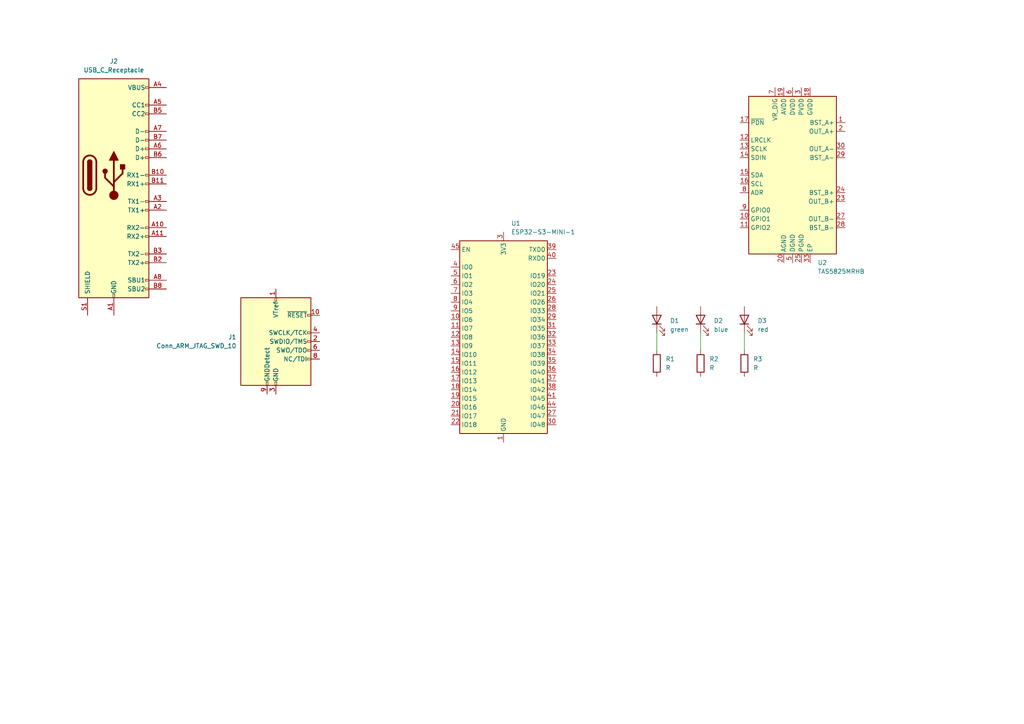
<source format=kicad_sch>
(kicad_sch (version 20231120) (generator "eeschema") (generator_version "8.0")
  (paper "A4")
  (title_block (title "soundbox"))
  (lib_symbols
    (symbol "Amplifier_Audio:TAS5825MRHB"
      (property "Reference" "U" (at -11.43 24.13 0))
      (property "Value" "TAS5825MRHB" (at 13.97 24.13 0))
      (symbol "TAS5825MRHB_0_1"
        (rectangle (start -12.7 22.86) (end 12.7 -22.86) (stroke (width 0.254)) (fill (type background)))
      )
      (symbol "TAS5825MRHB_1_1"
        (pin passive line (at 15.24 15.24 180) (length 2.54) (name "BST_A+") (number "1"))
        (pin bidirectional line (at -15.24 -12.7 0) (length 2.54) (name "GPIO1") (number "10"))
        (pin bidirectional line (at -15.24 -15.24 0) (length 2.54) (name "GPIO2") (number "11"))
        (pin input line (at -15.24 10.16 0) (length 2.54) (name "LRCLK") (number "12"))
        (pin input line (at -15.24 7.62 0) (length 2.54) (name "SCLK") (number "13"))
        (pin input line (at -15.24 5.08 0) (length 2.54) (name "SDIN") (number "14"))
        (pin bidirectional line (at -15.24 0 0) (length 2.54) (name "SDA") (number "15"))
        (pin input line (at -15.24 -2.54 0) (length 2.54) (name "SCL") (number "16"))
        (pin input line (at -15.24 15.24 0) (length 2.54) (name "~{PDN}") (number "17"))
        (pin passive line (at 5.08 25.4 270) (length 2.54) (name "GVDD") (number "18"))
        (pin passive line (at -2.54 25.4 270) (length 2.54) (name "AVDD") (number "19"))
        (pin output line (at 15.24 12.7 180) (length 2.54) (name "OUT_A+") (number "2"))
        (pin power_in line (at -2.54 -25.4 90) (length 2.54) (name "AGND") (number "20"))
        (pin passive line (at 2.54 25.4 270) (length 2.54) hide (name "PVDD") (number "21"))
        (pin passive line (at 2.54 25.4 270) (length 2.54) hide (name "PVDD") (number "22"))
        (pin output line (at 15.24 -7.62 180) (length 2.54) (name "OUT_B+") (number "23"))
        (pin passive line (at 15.24 -5.08 180) (length 2.54) (name "BST_B+") (number "24"))
        (pin power_in line (at 2.54 -25.4 90) (length 2.54) (name "PGND") (number "25"))
        (pin passive line (at 2.54 -25.4 90) (length 2.54) hide (name "PGND") (number "26"))
        (pin output line (at 15.24 -12.7 180) (length 2.54) (name "OUT_B-") (number "27"))
        (pin passive line (at 15.24 -15.24 180) (length 2.54) (name "BST_B-") (number "28"))
        (pin passive line (at 15.24 5.08 180) (length 2.54) (name "BST_A-") (number "29"))
        (pin power_in line (at 2.54 25.4 270) (length 2.54) (name "PVDD") (number "3"))
        (pin output line (at 15.24 7.62 180) (length 2.54) (name "OUT_A-") (number "30"))
        (pin passive line (at 2.54 -25.4 90) (length 2.54) hide (name "PGND") (number "31"))
        (pin passive line (at 2.54 -25.4 90) (length 2.54) hide (name "PGND") (number "32"))
        (pin passive line (at 5.08 -25.4 90) (length 2.54) (name "EP") (number "33"))
        (pin passive line (at 2.54 25.4 270) (length 2.54) hide (name "PVDD") (number "4"))
        (pin power_in line (at 0 -25.4 90) (length 2.54) (name "DGND") (number "5"))
        (pin power_in line (at 0 25.4 270) (length 2.54) (name "DVDD") (number "6"))
        (pin passive line (at -5.08 25.4 270) (length 2.54) (name "VR_DIG") (number "7"))
        (pin passive line (at -15.24 -5.08 0) (length 2.54) (name "ADR") (number "8"))
        (pin bidirectional line (at -15.24 -10.16 0) (length 2.54) (name "GPIO0") (number "9"))
      )
    )
    (symbol "Connector:Conn_ARM_JTAG_SWD_10" (pin_names (offset 1.016))
      (property "Reference" "J" (at -2.54 16.51 0))
      (property "Value" "Conn_ARM_JTAG_SWD_10" (at -2.54 13.97 0))
      (symbol "Conn_ARM_JTAG_SWD_10_0_1"
        (rectangle (start -10.16 12.7) (end 10.16 -12.7) (stroke (width 0.254)) (fill (type background)))
        (rectangle (start -2.794 -12.7) (end -2.286 -11.684))
        (rectangle (start -0.254 -12.7) (end 0.254 -11.684))
        (rectangle (start -0.254 12.7) (end 0.254 11.684))
        (rectangle (start 9.144 2.286) (end 10.16 2.794))
        (rectangle (start 10.16 -2.794) (end 9.144 -2.286))
        (rectangle (start 10.16 -0.254) (end 9.144 0.254))
        (rectangle (start 10.16 7.874) (end 9.144 7.366))
      )
      (symbol "Conn_ARM_JTAG_SWD_10_1_1"
        (rectangle (start 9.144 -5.334) (end 10.16 -4.826))
        (pin power_in line (at 0 15.24 270) (length 2.54) (name "VTref") (number "1"))
        (pin open_collector line (at 12.7 7.62 180) (length 2.54) (name "~{RESET}") (number "10"))
        (pin bidirectional line (at 12.7 0 180) (length 2.54) (name "SWDIO/TMS") (number "2"))
        (pin power_in line (at 0 -15.24 90) (length 2.54) (name "GND") (number "3"))
        (pin output line (at 12.7 2.54 180) (length 2.54) (name "SWCLK/TCK") (number "4"))
        (pin passive line (at 0 -15.24 90) (length 2.54) hide (name "GND") (number "5"))
        (pin input line (at 12.7 -2.54 180) (length 2.54) (name "SWO/TDO") (number "6"))
        (pin no_connect line (at -10.16 0 0) (length 2.54) hide (name "KEY") (number "7"))
        (pin output line (at 12.7 -5.08 180) (length 2.54) (name "NC/TDI") (number "8"))
        (pin passive line (at -2.54 -15.24 90) (length 2.54) (name "GNDDetect") (number "9"))
      )
    )
    (symbol "Connector:USB_C_Receptacle" (pin_names (offset 1.016))
      (property "Reference" "J" (at -10.16 29.21 0))
      (property "Value" "USB_C_Receptacle" (at 10.16 29.21 0))
      (symbol "USB_C_Receptacle_0_0"
        (rectangle (start -0.254 -35.56) (end 0.254 -34.544))
        (rectangle (start 10.16 -32.766) (end 9.144 -33.274))
        (rectangle (start 10.16 -30.226) (end 9.144 -30.734))
        (rectangle (start 10.16 -25.146) (end 9.144 -25.654))
        (rectangle (start 10.16 -22.606) (end 9.144 -23.114))
        (rectangle (start 10.16 -17.526) (end 9.144 -18.034))
        (rectangle (start 10.16 -14.986) (end 9.144 -15.494))
        (rectangle (start 10.16 -9.906) (end 9.144 -10.414))
        (rectangle (start 10.16 -7.366) (end 9.144 -7.874))
        (rectangle (start 10.16 -2.286) (end 9.144 -2.794))
        (rectangle (start 10.16 0.254) (end 9.144 -0.254))
        (rectangle (start 10.16 5.334) (end 9.144 4.826))
        (rectangle (start 10.16 7.874) (end 9.144 7.366))
        (rectangle (start 10.16 10.414) (end 9.144 9.906))
        (rectangle (start 10.16 12.954) (end 9.144 12.446))
        (rectangle (start 10.16 18.034) (end 9.144 17.526))
        (rectangle (start 10.16 20.574) (end 9.144 20.066))
        (rectangle (start 10.16 25.654) (end 9.144 25.146))
      )
      (symbol "USB_C_Receptacle_0_1"
        (rectangle (start -10.16 27.94) (end 10.16 -35.56) (stroke (width 0.254)) (fill (type background)))
        (arc (start -8.89 -3.81) (mid -6.985 -5.7067) (end -5.08 -3.81) (stroke (width 0.508)))
        (arc (start -7.62 -3.81) (mid -6.985 -4.4423) (end -6.35 -3.81) (stroke (width 0.254)))
        (arc (start -7.62 -3.81) (mid -6.985 -4.4423) (end -6.35 -3.81) (stroke (width 0.254)) (fill (type outline)))
        (rectangle (start -7.62 -3.81) (end -6.35 3.81) (stroke (width 0.254)) (fill (type outline)))
        (arc (start -6.35 3.81) (mid -6.985 4.4423) (end -7.62 3.81) (stroke (width 0.254)))
        (arc (start -6.35 3.81) (mid -6.985 4.4423) (end -7.62 3.81) (stroke (width 0.254)) (fill (type outline)))
        (arc (start -5.08 3.81) (mid -6.985 5.7067) (end -8.89 3.81) (stroke (width 0.508)))
        (polyline (pts (xy -8.89 -3.81) (xy -8.89 3.81)) (stroke (width 0.508)))
        (polyline (pts (xy -5.08 3.81) (xy -5.08 -3.81)) (stroke (width 0.508)))
      )
      (symbol "USB_C_Receptacle_1_1"
        (circle (center -2.54 1.143) (radius 0.635) (stroke (width 0.254)) (fill (type outline)))
        (circle (center 0 -5.842) (radius 1.27) (fill (type outline)))
        (polyline (pts (xy 0 -5.842) (xy 0 4.318)) (stroke (width 0.508)))
        (polyline (pts (xy 0 -3.302) (xy -2.54 -0.762) (xy -2.54 0.508)) (stroke (width 0.508)))
        (polyline (pts (xy 0 -2.032) (xy 2.54 0.508) (xy 2.54 1.778)) (stroke (width 0.508)))
        (polyline (pts (xy -1.27 4.318) (xy 0 6.858) (xy 1.27 4.318) (xy -1.27 4.318)) (stroke (width 0.254)) (fill (type outline)))
        (rectangle (start 1.905 1.778) (end 3.175 3.048) (stroke (width 0.254)) (fill (type outline)))
        (pin passive line (at 0 -40.64 90) (length 5.08) (name "GND") (number "A1"))
        (pin bidirectional line (at 15.24 -15.24 180) (length 5.08) (name "RX2-") (number "A10"))
        (pin bidirectional line (at 15.24 -17.78 180) (length 5.08) (name "RX2+") (number "A11"))
        (pin passive line (at 0 -40.64 90) (length 5.08) hide (name "GND") (number "A12"))
        (pin bidirectional line (at 15.24 -10.16 180) (length 5.08) (name "TX1+") (number "A2"))
        (pin bidirectional line (at 15.24 -7.62 180) (length 5.08) (name "TX1-") (number "A3"))
        (pin passive line (at 15.24 25.4 180) (length 5.08) (name "VBUS") (number "A4"))
        (pin bidirectional line (at 15.24 20.32 180) (length 5.08) (name "CC1") (number "A5"))
        (pin bidirectional line (at 15.24 7.62 180) (length 5.08) (name "D+") (number "A6"))
        (pin bidirectional line (at 15.24 12.7 180) (length 5.08) (name "D-") (number "A7"))
        (pin bidirectional line (at 15.24 -30.48 180) (length 5.08) (name "SBU1") (number "A8"))
        (pin passive line (at 15.24 25.4 180) (length 5.08) hide (name "VBUS") (number "A9"))
        (pin passive line (at 0 -40.64 90) (length 5.08) hide (name "GND") (number "B1"))
        (pin bidirectional line (at 15.24 0 180) (length 5.08) (name "RX1-") (number "B10"))
        (pin bidirectional line (at 15.24 -2.54 180) (length 5.08) (name "RX1+") (number "B11"))
        (pin passive line (at 0 -40.64 90) (length 5.08) hide (name "GND") (number "B12"))
        (pin bidirectional line (at 15.24 -25.4 180) (length 5.08) (name "TX2+") (number "B2"))
        (pin bidirectional line (at 15.24 -22.86 180) (length 5.08) (name "TX2-") (number "B3"))
        (pin passive line (at 15.24 25.4 180) (length 5.08) hide (name "VBUS") (number "B4"))
        (pin bidirectional line (at 15.24 17.78 180) (length 5.08) (name "CC2") (number "B5"))
        (pin bidirectional line (at 15.24 5.08 180) (length 5.08) (name "D+") (number "B6"))
        (pin bidirectional line (at 15.24 10.16 180) (length 5.08) (name "D-") (number "B7"))
        (pin bidirectional line (at 15.24 -33.02 180) (length 5.08) (name "SBU2") (number "B8"))
        (pin passive line (at 15.24 25.4 180) (length 5.08) hide (name "VBUS") (number "B9"))
        (pin passive line (at -7.62 -40.64 90) (length 5.08) (name "SHIELD") (number "S1"))
      )
    )
    (symbol "Device:LED" (pin_numbers hide) (pin_names (offset 1.016) hide)
      (property "Reference" "D" (at 0 2.54 0))
      (property "Value" "LED" (at 0 -2.54 0))
      (symbol "LED_0_1"
        (polyline (pts (xy -1.27 -1.27) (xy -1.27 1.27)) (stroke (width 0.254)))
        (polyline (pts (xy -1.27 0) (xy 1.27 0)))
        (polyline (pts (xy 1.27 -1.27) (xy 1.27 1.27) (xy -1.27 0) (xy 1.27 -1.27)) (stroke (width 0.254)))
        (polyline (pts (xy -3.048 -0.762) (xy -4.572 -2.286) (xy -3.81 -2.286) (xy -4.572 -2.286) (xy -4.572 -1.524)))
        (polyline (pts (xy -1.778 -0.762) (xy -3.302 -2.286) (xy -2.54 -2.286) (xy -3.302 -2.286) (xy -3.302 -1.524)))
      )
      (symbol "LED_1_1"
        (pin passive line (at -3.81 0 0) (length 2.54) (name "K") (number "1"))
        (pin passive line (at 3.81 0 180) (length 2.54) (name "A") (number "2"))
      )
    )
    (symbol "Device:R" (pin_numbers hide) (pin_names (offset 0))
      (property "Reference" "R" (at 2.032 0 90))
      (property "Value" "R" (at 0 0 90))
      (symbol "R_0_1"
        (rectangle (start -1.016 -2.54) (end 1.016 2.54) (stroke (width 0.254)))
      )
      (symbol "R_1_1"
        (pin passive line (at 0 3.81 270) (length 1.27) (name "~") (number "1"))
        (pin passive line (at 0 -3.81 90) (length 1.27) (name "~") (number "2"))
      )
    )
    (symbol "RF_Module:ESP32-S3-MINI-1"
      (property "Reference" "U" (at -11.43 29.21 0))
      (property "Value" "ESP32-S3-MINI-1" (at 12.7 29.21 0))
      (symbol "ESP32-S3-MINI-1_0_1"
        (rectangle (start -12.7 27.94) (end 12.7 -27.94) (stroke (width 0.254)) (fill (type background)))
      )
      (symbol "ESP32-S3-MINI-1_1_1"
        (pin power_in line (at 0 -30.48 90) (length 2.54) (name "GND") (number "1"))
        (pin bidirectional line (at -15.24 5.08 0) (length 2.54) (name "IO6") (number "10"))
        (pin bidirectional line (at -15.24 2.54 0) (length 2.54) (name "IO7") (number "11"))
        (pin bidirectional line (at -15.24 0 0) (length 2.54) (name "IO8") (number "12"))
        (pin bidirectional line (at -15.24 -2.54 0) (length 2.54) (name "IO9") (number "13"))
        (pin bidirectional line (at -15.24 -5.08 0) (length 2.54) (name "IO10") (number "14"))
        (pin bidirectional line (at -15.24 -7.62 0) (length 2.54) (name "IO11") (number "15"))
        (pin bidirectional line (at -15.24 -10.16 0) (length 2.54) (name "IO12") (number "16"))
        (pin bidirectional line (at -15.24 -12.7 0) (length 2.54) (name "IO13") (number "17"))
        (pin bidirectional line (at -15.24 -15.24 0) (length 2.54) (name "IO14") (number "18"))
        (pin bidirectional line (at -15.24 -17.78 0) (length 2.54) (name "IO15") (number "19"))
        (pin passive line (at 0 -30.48 90) (length 2.54) hide (name "GND") (number "2"))
        (pin bidirectional line (at -15.24 -20.32 0) (length 2.54) (name "IO16") (number "20"))
        (pin bidirectional line (at -15.24 -22.86 0) (length 2.54) (name "IO17") (number "21"))
        (pin bidirectional line (at -15.24 -25.4 0) (length 2.54) (name "IO18") (number "22"))
        (pin bidirectional line (at 15.24 17.78 180) (length 2.54) (name "IO19") (number "23"))
        (pin bidirectional line (at 15.24 15.24 180) (length 2.54) (name "IO20") (number "24"))
        (pin bidirectional line (at 15.24 12.7 180) (length 2.54) (name "IO21") (number "25"))
        (pin bidirectional line (at 15.24 10.16 180) (length 2.54) (name "IO26") (number "26"))
        (pin bidirectional line (at 15.24 -22.86 180) (length 2.54) (name "IO47") (number "27"))
        (pin bidirectional line (at 15.24 7.62 180) (length 2.54) (name "IO33") (number "28"))
        (pin bidirectional line (at 15.24 5.08 180) (length 2.54) (name "IO34") (number "29"))
        (pin power_in line (at 0 30.48 270) (length 2.54) (name "3V3") (number "3"))
        (pin bidirectional line (at 15.24 -25.4 180) (length 2.54) (name "IO48") (number "30"))
        (pin bidirectional line (at 15.24 2.54 180) (length 2.54) (name "IO35") (number "31"))
        (pin bidirectional line (at 15.24 0 180) (length 2.54) (name "IO36") (number "32"))
        (pin bidirectional line (at 15.24 -2.54 180) (length 2.54) (name "IO37") (number "33"))
        (pin bidirectional line (at 15.24 -5.08 180) (length 2.54) (name "IO38") (number "34"))
        (pin bidirectional line (at 15.24 -7.62 180) (length 2.54) (name "IO39") (number "35"))
        (pin bidirectional line (at 15.24 -10.16 180) (length 2.54) (name "IO40") (number "36"))
        (pin bidirectional line (at 15.24 -12.7 180) (length 2.54) (name "IO41") (number "37"))
        (pin bidirectional line (at 15.24 -15.24 180) (length 2.54) (name "IO42") (number "38"))
        (pin bidirectional line (at 15.24 25.4 180) (length 2.54) (name "TXD0") (number "39"))
        (pin bidirectional line (at -15.24 20.32 0) (length 2.54) (name "IO0") (number "4"))
        (pin bidirectional line (at 15.24 22.86 180) (length 2.54) (name "RXD0") (number "40"))
        (pin bidirectional line (at 15.24 -17.78 180) (length 2.54) (name "IO45") (number "41"))
        (pin passive line (at 0 -30.48 90) (length 2.54) hide (name "GND") (number "42"))
        (pin passive line (at 0 -30.48 90) (length 2.54) hide (name "GND") (number "43"))
        (pin bidirectional line (at 15.24 -20.32 180) (length 2.54) (name "IO46") (number "44"))
        (pin input line (at -15.24 25.4 0) (length 2.54) (name "EN") (number "45"))
        (pin passive line (at 0 -30.48 90) (length 2.54) hide (name "GND") (number "46"))
        (pin passive line (at 0 -30.48 90) (length 2.54) hide (name "GND") (number "47"))
        (pin passive line (at 0 -30.48 90) (length 2.54) hide (name "GND") (number "48"))
        (pin passive line (at 0 -30.48 90) (length 2.54) hide (name "GND") (number "49"))
        (pin bidirectional line (at -15.24 17.78 0) (length 2.54) (name "IO1") (number "5"))
        (pin passive line (at 0 -30.48 90) (length 2.54) hide (name "GND") (number "50"))
        (pin passive line (at 0 -30.48 90) (length 2.54) hide (name "GND") (number "51"))
        (pin passive line (at 0 -30.48 90) (length 2.54) hide (name "GND") (number "52"))
        (pin passive line (at 0 -30.48 90) (length 2.54) hide (name "GND") (number "53"))
        (pin passive line (at 0 -30.48 90) (length 2.54) hide (name "GND") (number "54"))
        (pin passive line (at 0 -30.48 90) (length 2.54) hide (name "GND") (number "55"))
        (pin passive line (at 0 -30.48 90) (length 2.54) hide (name "GND") (number "56"))
        (pin passive line (at 0 -30.48 90) (length 2.54) hide (name "GND") (number "57"))
        (pin passive line (at 0 -30.48 90) (length 2.54) hide (name "GND") (number "58"))
        (pin passive line (at 0 -30.48 90) (length 2.54) hide (name "GND") (number "59"))
        (pin bidirectional line (at -15.24 15.24 0) (length 2.54) (name "IO2") (number "6"))
        (pin passive line (at 0 -30.48 90) (length 2.54) hide (name "GND") (number "60"))
        (pin passive line (at 0 -30.48 90) (length 2.54) hide (name "GND") (number "61"))
        (pin passive line (at 0 -30.48 90) (length 2.54) hide (name "GND") (number "62"))
        (pin passive line (at 0 -30.48 90) (length 2.54) hide (name "GND") (number "63"))
        (pin passive line (at 0 -30.48 90) (length 2.54) hide (name "GND") (number "64"))
        (pin passive line (at 0 -30.48 90) (length 2.54) hide (name "GND") (number "65"))
        (pin bidirectional line (at -15.24 12.7 0) (length 2.54) (name "IO3") (number "7"))
        (pin bidirectional line (at -15.24 10.16 0) (length 2.54) (name "IO4") (number "8"))
        (pin bidirectional line (at -15.24 7.62 0) (length 2.54) (name "IO5") (number "9"))
      )
    )
  )
  (wire (pts (xy 190.5 96.52) (xy 190.5 101.6)))
  (wire (pts (xy 203.2 96.52) (xy 203.2 101.6)))
  (wire (pts (xy 215.9 96.52) (xy 215.9 101.6)))
  (symbol (lib_id "RF_Module:ESP32-S3-MINI-1") (at 146.05 97.79 0) (unit 1)
    (property "Reference" "U1" (at 148.2441 64.77 0) (effects (justify left)))
    (property "Value" "ESP32-S3-MINI-1" (at 148.2441 67.31 0) (effects (justify left)))
    (property "Footprint" "RF_Module:ESP32-S2-MINI-1" (effects (hide yes)))
    (property "Datasheet" "https://www.espressif.com/sites/default/files/documentation/esp32-s3-mini-1_mini-1u_datasheet_en.pdf" (effects (hide yes)))
    (property "Description" "RF Module, ESP32-S3 SoC, Wi-Fi 802.11b/g/n, Bluetooth, BLE, 32-bit, 3.3V, SMD, onboard antenna" (effects (hide yes)))
  )
  (symbol (lib_id "Connector:Conn_ARM_JTAG_SWD_10") (at 80.01 99.06 0) (unit 1)
    (property "Reference" "J1" (at 68.58 97.7899 0) (effects (justify right)))
    (property "Value" "Conn_ARM_JTAG_SWD_10" (at 68.58 100.3299 0) (effects (justify right)))
    (property "Datasheet" "http://infocenter.arm.com/help/topic/com.arm.doc.ddi0314h/DDI0314H_coresight_components_trm.pdf" (effects (hide yes)))
    (property "Description" "Cortex Debug Connector, standard ARM Cortex-M SWD and JTAG interface" (effects (hide yes)))
  )
  (symbol (lib_id "Device:R") (at 215.9 105.41 0) (unit 1)
    (property "Reference" "R3" (at 218.44 104.1399 0) (effects (justify left)))
    (property "Value" "R" (at 218.44 106.6799 0) (effects (justify left)))
    (property "Description" "Resistor" (effects (hide yes)))
  )
  (symbol (lib_id "Connector:USB_C_Receptacle") (at 33.02 50.8 0) (unit 1)
    (property "Reference" "J2" (at 33.02 17.78 0))
    (property "Value" "USB_C_Receptacle" (at 33.02 20.32 0))
    (property "Datasheet" "https://www.usb.org/sites/default/files/documents/usb_type-c.zip" (effects (hide yes)))
    (property "Description" "USB Full-Featured Type-C Receptacle connector" (effects (hide yes)))
  )
  (symbol (lib_id "Device:R") (at 203.2 105.41 0) (unit 1)
    (property "Reference" "R2" (at 205.74 104.1399 0) (effects (justify left)))
    (property "Value" "R" (at 205.74 106.6799 0) (effects (justify left)))
    (property "Description" "Resistor" (effects (hide yes)))
  )
  (symbol (lib_id "Amplifier_Audio:TAS5825MRHB") (at 229.87 50.8 0) (unit 1)
    (property "Reference" "U2" (at 237.1441 76.2 0) (effects (justify left)))
    (property "Value" "TAS5825MRHB" (at 237.1441 78.74 0) (effects (justify left)))
    (property "Footprint" "Package_DFN_QFN:VQFN-32-1EP_5x5mm_P0.5mm_EP3.1x3.1mm" (effects (hide yes)))
    (property "Datasheet" "www.ti.com/lit/ds/symlink/tas5825m.pdf" (effects (hide yes)))
    (property "Description" "38-W Stereo, Inductor-Less, Digital Input, Closed-Loop Class-D Audio Amplifier with 192-kHz Extended Audio Processing, VQFN-32" (effects (hide yes)))
  )
  (symbol (lib_id "Device:LED") (at 190.5 92.71 90) (unit 1)
    (property "Reference" "D1" (at 194.31 93.0274 90) (effects (justify right)))
    (property "Value" "green" (at 194.31 95.5674 90) (effects (justify right)))
    (property "Description" "Light emitting diode" (effects (hide yes)))
  )
  (symbol (lib_id "Device:R") (at 190.5 105.41 0) (unit 1)
    (property "Reference" "R1" (at 193.04 104.1399 0) (effects (justify left)))
    (property "Value" "R" (at 193.04 106.6799 0) (effects (justify left)))
    (property "Description" "Resistor" (effects (hide yes)))
  )
  (symbol (lib_id "Device:LED") (at 215.9 92.71 90) (unit 1)
    (property "Reference" "D3" (at 219.71 93.0274 90) (effects (justify right)))
    (property "Value" "red" (at 219.71 95.5674 90) (effects (justify right)))
    (property "Description" "Light emitting diode" (effects (hide yes)))
  )
  (symbol (lib_id "Device:LED") (at 203.2 92.71 90) (unit 1)
    (property "Reference" "D2" (at 207.01 93.0274 90) (effects (justify right)))
    (property "Value" "blue" (at 207.01 95.5674 90) (effects (justify right)))
    (property "Description" "Light emitting diode" (effects (hide yes)))
  )
)
</source>
